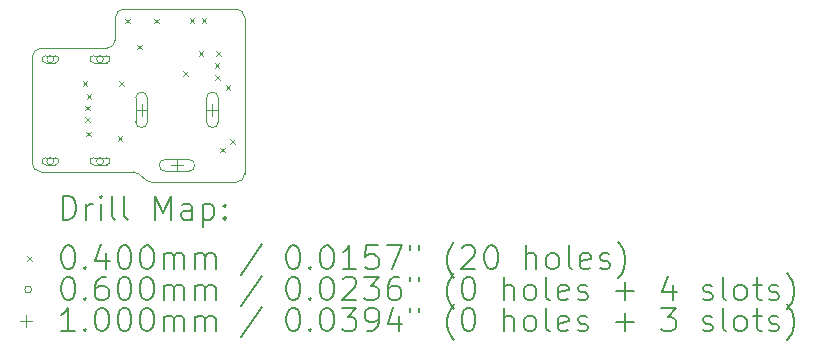
<source format=gbr>
%TF.GenerationSoftware,KiCad,Pcbnew,8.0.6-8.0.6-0~ubuntu24.04.1*%
%TF.CreationDate,2024-11-20T23:40:05+01:00*%
%TF.ProjectId,lumen_PD,6c756d65-6e5f-4504-942e-6b696361645f,rev?*%
%TF.SameCoordinates,Original*%
%TF.FileFunction,Drillmap*%
%TF.FilePolarity,Positive*%
%FSLAX45Y45*%
G04 Gerber Fmt 4.5, Leading zero omitted, Abs format (unit mm)*
G04 Created by KiCad (PCBNEW 8.0.6-8.0.6-0~ubuntu24.04.1) date 2024-11-20 23:40:05*
%MOMM*%
%LPD*%
G01*
G04 APERTURE LIST*
%ADD10C,0.050000*%
%ADD11C,0.200000*%
%ADD12C,0.100000*%
G04 APERTURE END LIST*
D10*
X10298418Y-7144760D02*
X11010000Y-7145000D01*
X11010000Y-5675000D02*
G75*
G02*
X11085000Y-5750000I0J-75000D01*
G01*
X11085000Y-7070000D02*
G75*
G02*
X11010000Y-7145000I-75000J0D01*
G01*
X9990000Y-5935000D02*
G75*
G02*
X9915000Y-6010000I-75000J0D01*
G01*
X10189792Y-7073728D02*
X10248724Y-7125911D01*
X10298418Y-7144760D02*
G75*
G02*
X10248722Y-7125912I22J75000D01*
G01*
X9915000Y-6010000D02*
X9360000Y-6010000D01*
X9285000Y-6085000D02*
G75*
G02*
X9360000Y-6010000I75000J0D01*
G01*
X11010000Y-5675000D02*
X10065000Y-5675000D01*
X10140061Y-7054879D02*
G75*
G02*
X10189791Y-7073729I10J-75001D01*
G01*
X11085000Y-7070000D02*
X11085000Y-5750000D01*
X9360000Y-7055000D02*
G75*
G02*
X9285000Y-6980000I0J75000D01*
G01*
X9990000Y-5750000D02*
X9990000Y-5935000D01*
X9360000Y-7055000D02*
X10140061Y-7054879D01*
X9285000Y-6085000D02*
X9285000Y-6980000D01*
X9990000Y-5750000D02*
G75*
G02*
X10065000Y-5675000I75000J0D01*
G01*
D11*
D12*
X9713056Y-6286617D02*
X9753056Y-6326617D01*
X9753056Y-6286617D02*
X9713056Y-6326617D01*
X9734575Y-6594550D02*
X9774575Y-6634550D01*
X9774575Y-6594550D02*
X9734575Y-6634550D01*
X9736778Y-6494574D02*
X9776778Y-6534574D01*
X9776778Y-6494574D02*
X9736778Y-6534574D01*
X9740000Y-6715000D02*
X9780000Y-6755000D01*
X9780000Y-6715000D02*
X9740000Y-6755000D01*
X9746000Y-6395000D02*
X9786000Y-6435000D01*
X9786000Y-6395000D02*
X9746000Y-6435000D01*
X10010000Y-6753250D02*
X10050000Y-6793250D01*
X10050000Y-6753250D02*
X10010000Y-6793250D01*
X10022873Y-6286122D02*
X10062873Y-6326122D01*
X10062873Y-6286122D02*
X10022873Y-6326122D01*
X10070033Y-5757264D02*
X10110033Y-5797264D01*
X10110033Y-5757264D02*
X10070033Y-5797264D01*
X10175277Y-5977998D02*
X10215277Y-6017998D01*
X10215277Y-5977998D02*
X10175277Y-6017998D01*
X10319107Y-5758258D02*
X10359107Y-5798258D01*
X10359107Y-5758258D02*
X10319107Y-5798258D01*
X10564498Y-6205502D02*
X10604498Y-6245502D01*
X10604498Y-6205502D02*
X10564498Y-6245502D01*
X10620000Y-5755000D02*
X10660000Y-5795000D01*
X10660000Y-5755000D02*
X10620000Y-5795000D01*
X10695000Y-6032750D02*
X10735000Y-6072750D01*
X10735000Y-6032750D02*
X10695000Y-6072750D01*
X10720000Y-5755000D02*
X10760000Y-5795000D01*
X10760000Y-5755000D02*
X10720000Y-5795000D01*
X10829459Y-6133785D02*
X10869459Y-6173785D01*
X10869459Y-6133785D02*
X10829459Y-6173785D01*
X10835000Y-6235000D02*
X10875000Y-6275000D01*
X10875000Y-6235000D02*
X10835000Y-6275000D01*
X10845000Y-6035000D02*
X10885000Y-6075000D01*
X10885000Y-6035000D02*
X10845000Y-6075000D01*
X10874821Y-6849913D02*
X10914821Y-6889913D01*
X10914821Y-6849913D02*
X10874821Y-6889913D01*
X10923853Y-6322750D02*
X10963853Y-6362750D01*
X10963853Y-6322750D02*
X10923853Y-6362750D01*
X10960000Y-6780000D02*
X11000000Y-6820000D01*
X11000000Y-6780000D02*
X10960000Y-6820000D01*
X9470000Y-6101250D02*
G75*
G02*
X9410000Y-6101250I-30000J0D01*
G01*
X9410000Y-6101250D02*
G75*
G02*
X9470000Y-6101250I30000J0D01*
G01*
X9480000Y-6071250D02*
X9400000Y-6071250D01*
X9400000Y-6131250D02*
G75*
G02*
X9400000Y-6071250I0J30000D01*
G01*
X9400000Y-6131250D02*
X9480000Y-6131250D01*
X9480000Y-6131250D02*
G75*
G03*
X9480000Y-6071250I0J30000D01*
G01*
X9470000Y-6965250D02*
G75*
G02*
X9410000Y-6965250I-30000J0D01*
G01*
X9410000Y-6965250D02*
G75*
G02*
X9470000Y-6965250I30000J0D01*
G01*
X9480000Y-6935250D02*
X9400000Y-6935250D01*
X9400000Y-6995250D02*
G75*
G02*
X9400000Y-6935250I0J30000D01*
G01*
X9400000Y-6995250D02*
X9480000Y-6995250D01*
X9480000Y-6995250D02*
G75*
G03*
X9480000Y-6935250I0J30000D01*
G01*
X9890000Y-6101250D02*
G75*
G02*
X9830000Y-6101250I-30000J0D01*
G01*
X9830000Y-6101250D02*
G75*
G02*
X9890000Y-6101250I30000J0D01*
G01*
X9915000Y-6071250D02*
X9805000Y-6071250D01*
X9805000Y-6131250D02*
G75*
G02*
X9805000Y-6071250I0J30000D01*
G01*
X9805000Y-6131250D02*
X9915000Y-6131250D01*
X9915000Y-6131250D02*
G75*
G03*
X9915000Y-6071250I0J30000D01*
G01*
X9890000Y-6965250D02*
G75*
G02*
X9830000Y-6965250I-30000J0D01*
G01*
X9830000Y-6965250D02*
G75*
G02*
X9890000Y-6965250I30000J0D01*
G01*
X9915000Y-6935250D02*
X9805000Y-6935250D01*
X9805000Y-6995250D02*
G75*
G02*
X9805000Y-6935250I0J30000D01*
G01*
X9805000Y-6995250D02*
X9915000Y-6995250D01*
X9915000Y-6995250D02*
G75*
G03*
X9915000Y-6935250I0J30000D01*
G01*
X10211500Y-6480250D02*
X10211500Y-6580250D01*
X10161500Y-6530250D02*
X10261500Y-6530250D01*
X10161500Y-6430250D02*
X10161500Y-6630250D01*
X10261500Y-6630250D02*
G75*
G02*
X10161500Y-6630250I-50000J0D01*
G01*
X10261500Y-6630250D02*
X10261500Y-6430250D01*
X10261500Y-6430250D02*
G75*
G03*
X10161500Y-6430250I-50000J0D01*
G01*
X10511500Y-6950250D02*
X10511500Y-7050250D01*
X10461500Y-7000250D02*
X10561500Y-7000250D01*
X10411500Y-7050250D02*
X10611500Y-7050250D01*
X10611500Y-6950250D02*
G75*
G02*
X10611500Y-7050250I0J-50000D01*
G01*
X10611500Y-6950250D02*
X10411500Y-6950250D01*
X10411500Y-6950250D02*
G75*
G03*
X10411500Y-7050250I0J-50000D01*
G01*
X10811500Y-6480250D02*
X10811500Y-6580250D01*
X10761500Y-6530250D02*
X10861500Y-6530250D01*
X10761500Y-6430250D02*
X10761500Y-6630250D01*
X10861500Y-6630250D02*
G75*
G02*
X10761500Y-6630250I-50000J0D01*
G01*
X10861500Y-6630250D02*
X10861500Y-6430250D01*
X10861500Y-6430250D02*
G75*
G03*
X10761500Y-6430250I-50000J0D01*
G01*
D11*
X9543277Y-7458984D02*
X9543277Y-7258984D01*
X9543277Y-7258984D02*
X9590896Y-7258984D01*
X9590896Y-7258984D02*
X9619467Y-7268508D01*
X9619467Y-7268508D02*
X9638515Y-7287555D01*
X9638515Y-7287555D02*
X9648039Y-7306603D01*
X9648039Y-7306603D02*
X9657563Y-7344698D01*
X9657563Y-7344698D02*
X9657563Y-7373269D01*
X9657563Y-7373269D02*
X9648039Y-7411365D01*
X9648039Y-7411365D02*
X9638515Y-7430412D01*
X9638515Y-7430412D02*
X9619467Y-7449460D01*
X9619467Y-7449460D02*
X9590896Y-7458984D01*
X9590896Y-7458984D02*
X9543277Y-7458984D01*
X9743277Y-7458984D02*
X9743277Y-7325650D01*
X9743277Y-7363746D02*
X9752801Y-7344698D01*
X9752801Y-7344698D02*
X9762324Y-7335174D01*
X9762324Y-7335174D02*
X9781372Y-7325650D01*
X9781372Y-7325650D02*
X9800420Y-7325650D01*
X9867086Y-7458984D02*
X9867086Y-7325650D01*
X9867086Y-7258984D02*
X9857563Y-7268508D01*
X9857563Y-7268508D02*
X9867086Y-7278031D01*
X9867086Y-7278031D02*
X9876610Y-7268508D01*
X9876610Y-7268508D02*
X9867086Y-7258984D01*
X9867086Y-7258984D02*
X9867086Y-7278031D01*
X9990896Y-7458984D02*
X9971848Y-7449460D01*
X9971848Y-7449460D02*
X9962324Y-7430412D01*
X9962324Y-7430412D02*
X9962324Y-7258984D01*
X10095658Y-7458984D02*
X10076610Y-7449460D01*
X10076610Y-7449460D02*
X10067086Y-7430412D01*
X10067086Y-7430412D02*
X10067086Y-7258984D01*
X10324229Y-7458984D02*
X10324229Y-7258984D01*
X10324229Y-7258984D02*
X10390896Y-7401841D01*
X10390896Y-7401841D02*
X10457563Y-7258984D01*
X10457563Y-7258984D02*
X10457563Y-7458984D01*
X10638515Y-7458984D02*
X10638515Y-7354222D01*
X10638515Y-7354222D02*
X10628991Y-7335174D01*
X10628991Y-7335174D02*
X10609944Y-7325650D01*
X10609944Y-7325650D02*
X10571848Y-7325650D01*
X10571848Y-7325650D02*
X10552801Y-7335174D01*
X10638515Y-7449460D02*
X10619467Y-7458984D01*
X10619467Y-7458984D02*
X10571848Y-7458984D01*
X10571848Y-7458984D02*
X10552801Y-7449460D01*
X10552801Y-7449460D02*
X10543277Y-7430412D01*
X10543277Y-7430412D02*
X10543277Y-7411365D01*
X10543277Y-7411365D02*
X10552801Y-7392317D01*
X10552801Y-7392317D02*
X10571848Y-7382793D01*
X10571848Y-7382793D02*
X10619467Y-7382793D01*
X10619467Y-7382793D02*
X10638515Y-7373269D01*
X10733753Y-7325650D02*
X10733753Y-7525650D01*
X10733753Y-7335174D02*
X10752801Y-7325650D01*
X10752801Y-7325650D02*
X10790896Y-7325650D01*
X10790896Y-7325650D02*
X10809944Y-7335174D01*
X10809944Y-7335174D02*
X10819467Y-7344698D01*
X10819467Y-7344698D02*
X10828991Y-7363746D01*
X10828991Y-7363746D02*
X10828991Y-7420888D01*
X10828991Y-7420888D02*
X10819467Y-7439936D01*
X10819467Y-7439936D02*
X10809944Y-7449460D01*
X10809944Y-7449460D02*
X10790896Y-7458984D01*
X10790896Y-7458984D02*
X10752801Y-7458984D01*
X10752801Y-7458984D02*
X10733753Y-7449460D01*
X10914705Y-7439936D02*
X10924229Y-7449460D01*
X10924229Y-7449460D02*
X10914705Y-7458984D01*
X10914705Y-7458984D02*
X10905182Y-7449460D01*
X10905182Y-7449460D02*
X10914705Y-7439936D01*
X10914705Y-7439936D02*
X10914705Y-7458984D01*
X10914705Y-7335174D02*
X10924229Y-7344698D01*
X10924229Y-7344698D02*
X10914705Y-7354222D01*
X10914705Y-7354222D02*
X10905182Y-7344698D01*
X10905182Y-7344698D02*
X10914705Y-7335174D01*
X10914705Y-7335174D02*
X10914705Y-7354222D01*
D12*
X9242500Y-7767500D02*
X9282500Y-7807500D01*
X9282500Y-7767500D02*
X9242500Y-7807500D01*
D11*
X9581372Y-7678984D02*
X9600420Y-7678984D01*
X9600420Y-7678984D02*
X9619467Y-7688508D01*
X9619467Y-7688508D02*
X9628991Y-7698031D01*
X9628991Y-7698031D02*
X9638515Y-7717079D01*
X9638515Y-7717079D02*
X9648039Y-7755174D01*
X9648039Y-7755174D02*
X9648039Y-7802793D01*
X9648039Y-7802793D02*
X9638515Y-7840888D01*
X9638515Y-7840888D02*
X9628991Y-7859936D01*
X9628991Y-7859936D02*
X9619467Y-7869460D01*
X9619467Y-7869460D02*
X9600420Y-7878984D01*
X9600420Y-7878984D02*
X9581372Y-7878984D01*
X9581372Y-7878984D02*
X9562324Y-7869460D01*
X9562324Y-7869460D02*
X9552801Y-7859936D01*
X9552801Y-7859936D02*
X9543277Y-7840888D01*
X9543277Y-7840888D02*
X9533753Y-7802793D01*
X9533753Y-7802793D02*
X9533753Y-7755174D01*
X9533753Y-7755174D02*
X9543277Y-7717079D01*
X9543277Y-7717079D02*
X9552801Y-7698031D01*
X9552801Y-7698031D02*
X9562324Y-7688508D01*
X9562324Y-7688508D02*
X9581372Y-7678984D01*
X9733753Y-7859936D02*
X9743277Y-7869460D01*
X9743277Y-7869460D02*
X9733753Y-7878984D01*
X9733753Y-7878984D02*
X9724229Y-7869460D01*
X9724229Y-7869460D02*
X9733753Y-7859936D01*
X9733753Y-7859936D02*
X9733753Y-7878984D01*
X9914705Y-7745650D02*
X9914705Y-7878984D01*
X9867086Y-7669460D02*
X9819467Y-7812317D01*
X9819467Y-7812317D02*
X9943277Y-7812317D01*
X10057563Y-7678984D02*
X10076610Y-7678984D01*
X10076610Y-7678984D02*
X10095658Y-7688508D01*
X10095658Y-7688508D02*
X10105182Y-7698031D01*
X10105182Y-7698031D02*
X10114705Y-7717079D01*
X10114705Y-7717079D02*
X10124229Y-7755174D01*
X10124229Y-7755174D02*
X10124229Y-7802793D01*
X10124229Y-7802793D02*
X10114705Y-7840888D01*
X10114705Y-7840888D02*
X10105182Y-7859936D01*
X10105182Y-7859936D02*
X10095658Y-7869460D01*
X10095658Y-7869460D02*
X10076610Y-7878984D01*
X10076610Y-7878984D02*
X10057563Y-7878984D01*
X10057563Y-7878984D02*
X10038515Y-7869460D01*
X10038515Y-7869460D02*
X10028991Y-7859936D01*
X10028991Y-7859936D02*
X10019467Y-7840888D01*
X10019467Y-7840888D02*
X10009944Y-7802793D01*
X10009944Y-7802793D02*
X10009944Y-7755174D01*
X10009944Y-7755174D02*
X10019467Y-7717079D01*
X10019467Y-7717079D02*
X10028991Y-7698031D01*
X10028991Y-7698031D02*
X10038515Y-7688508D01*
X10038515Y-7688508D02*
X10057563Y-7678984D01*
X10248039Y-7678984D02*
X10267086Y-7678984D01*
X10267086Y-7678984D02*
X10286134Y-7688508D01*
X10286134Y-7688508D02*
X10295658Y-7698031D01*
X10295658Y-7698031D02*
X10305182Y-7717079D01*
X10305182Y-7717079D02*
X10314705Y-7755174D01*
X10314705Y-7755174D02*
X10314705Y-7802793D01*
X10314705Y-7802793D02*
X10305182Y-7840888D01*
X10305182Y-7840888D02*
X10295658Y-7859936D01*
X10295658Y-7859936D02*
X10286134Y-7869460D01*
X10286134Y-7869460D02*
X10267086Y-7878984D01*
X10267086Y-7878984D02*
X10248039Y-7878984D01*
X10248039Y-7878984D02*
X10228991Y-7869460D01*
X10228991Y-7869460D02*
X10219467Y-7859936D01*
X10219467Y-7859936D02*
X10209944Y-7840888D01*
X10209944Y-7840888D02*
X10200420Y-7802793D01*
X10200420Y-7802793D02*
X10200420Y-7755174D01*
X10200420Y-7755174D02*
X10209944Y-7717079D01*
X10209944Y-7717079D02*
X10219467Y-7698031D01*
X10219467Y-7698031D02*
X10228991Y-7688508D01*
X10228991Y-7688508D02*
X10248039Y-7678984D01*
X10400420Y-7878984D02*
X10400420Y-7745650D01*
X10400420Y-7764698D02*
X10409944Y-7755174D01*
X10409944Y-7755174D02*
X10428991Y-7745650D01*
X10428991Y-7745650D02*
X10457563Y-7745650D01*
X10457563Y-7745650D02*
X10476610Y-7755174D01*
X10476610Y-7755174D02*
X10486134Y-7774222D01*
X10486134Y-7774222D02*
X10486134Y-7878984D01*
X10486134Y-7774222D02*
X10495658Y-7755174D01*
X10495658Y-7755174D02*
X10514705Y-7745650D01*
X10514705Y-7745650D02*
X10543277Y-7745650D01*
X10543277Y-7745650D02*
X10562325Y-7755174D01*
X10562325Y-7755174D02*
X10571848Y-7774222D01*
X10571848Y-7774222D02*
X10571848Y-7878984D01*
X10667086Y-7878984D02*
X10667086Y-7745650D01*
X10667086Y-7764698D02*
X10676610Y-7755174D01*
X10676610Y-7755174D02*
X10695658Y-7745650D01*
X10695658Y-7745650D02*
X10724229Y-7745650D01*
X10724229Y-7745650D02*
X10743277Y-7755174D01*
X10743277Y-7755174D02*
X10752801Y-7774222D01*
X10752801Y-7774222D02*
X10752801Y-7878984D01*
X10752801Y-7774222D02*
X10762325Y-7755174D01*
X10762325Y-7755174D02*
X10781372Y-7745650D01*
X10781372Y-7745650D02*
X10809944Y-7745650D01*
X10809944Y-7745650D02*
X10828991Y-7755174D01*
X10828991Y-7755174D02*
X10838515Y-7774222D01*
X10838515Y-7774222D02*
X10838515Y-7878984D01*
X11228991Y-7669460D02*
X11057563Y-7926603D01*
X11486134Y-7678984D02*
X11505182Y-7678984D01*
X11505182Y-7678984D02*
X11524229Y-7688508D01*
X11524229Y-7688508D02*
X11533753Y-7698031D01*
X11533753Y-7698031D02*
X11543277Y-7717079D01*
X11543277Y-7717079D02*
X11552801Y-7755174D01*
X11552801Y-7755174D02*
X11552801Y-7802793D01*
X11552801Y-7802793D02*
X11543277Y-7840888D01*
X11543277Y-7840888D02*
X11533753Y-7859936D01*
X11533753Y-7859936D02*
X11524229Y-7869460D01*
X11524229Y-7869460D02*
X11505182Y-7878984D01*
X11505182Y-7878984D02*
X11486134Y-7878984D01*
X11486134Y-7878984D02*
X11467086Y-7869460D01*
X11467086Y-7869460D02*
X11457563Y-7859936D01*
X11457563Y-7859936D02*
X11448039Y-7840888D01*
X11448039Y-7840888D02*
X11438515Y-7802793D01*
X11438515Y-7802793D02*
X11438515Y-7755174D01*
X11438515Y-7755174D02*
X11448039Y-7717079D01*
X11448039Y-7717079D02*
X11457563Y-7698031D01*
X11457563Y-7698031D02*
X11467086Y-7688508D01*
X11467086Y-7688508D02*
X11486134Y-7678984D01*
X11638515Y-7859936D02*
X11648039Y-7869460D01*
X11648039Y-7869460D02*
X11638515Y-7878984D01*
X11638515Y-7878984D02*
X11628991Y-7869460D01*
X11628991Y-7869460D02*
X11638515Y-7859936D01*
X11638515Y-7859936D02*
X11638515Y-7878984D01*
X11771848Y-7678984D02*
X11790896Y-7678984D01*
X11790896Y-7678984D02*
X11809944Y-7688508D01*
X11809944Y-7688508D02*
X11819467Y-7698031D01*
X11819467Y-7698031D02*
X11828991Y-7717079D01*
X11828991Y-7717079D02*
X11838515Y-7755174D01*
X11838515Y-7755174D02*
X11838515Y-7802793D01*
X11838515Y-7802793D02*
X11828991Y-7840888D01*
X11828991Y-7840888D02*
X11819467Y-7859936D01*
X11819467Y-7859936D02*
X11809944Y-7869460D01*
X11809944Y-7869460D02*
X11790896Y-7878984D01*
X11790896Y-7878984D02*
X11771848Y-7878984D01*
X11771848Y-7878984D02*
X11752801Y-7869460D01*
X11752801Y-7869460D02*
X11743277Y-7859936D01*
X11743277Y-7859936D02*
X11733753Y-7840888D01*
X11733753Y-7840888D02*
X11724229Y-7802793D01*
X11724229Y-7802793D02*
X11724229Y-7755174D01*
X11724229Y-7755174D02*
X11733753Y-7717079D01*
X11733753Y-7717079D02*
X11743277Y-7698031D01*
X11743277Y-7698031D02*
X11752801Y-7688508D01*
X11752801Y-7688508D02*
X11771848Y-7678984D01*
X12028991Y-7878984D02*
X11914706Y-7878984D01*
X11971848Y-7878984D02*
X11971848Y-7678984D01*
X11971848Y-7678984D02*
X11952801Y-7707555D01*
X11952801Y-7707555D02*
X11933753Y-7726603D01*
X11933753Y-7726603D02*
X11914706Y-7736127D01*
X12209944Y-7678984D02*
X12114706Y-7678984D01*
X12114706Y-7678984D02*
X12105182Y-7774222D01*
X12105182Y-7774222D02*
X12114706Y-7764698D01*
X12114706Y-7764698D02*
X12133753Y-7755174D01*
X12133753Y-7755174D02*
X12181372Y-7755174D01*
X12181372Y-7755174D02*
X12200420Y-7764698D01*
X12200420Y-7764698D02*
X12209944Y-7774222D01*
X12209944Y-7774222D02*
X12219467Y-7793269D01*
X12219467Y-7793269D02*
X12219467Y-7840888D01*
X12219467Y-7840888D02*
X12209944Y-7859936D01*
X12209944Y-7859936D02*
X12200420Y-7869460D01*
X12200420Y-7869460D02*
X12181372Y-7878984D01*
X12181372Y-7878984D02*
X12133753Y-7878984D01*
X12133753Y-7878984D02*
X12114706Y-7869460D01*
X12114706Y-7869460D02*
X12105182Y-7859936D01*
X12286134Y-7678984D02*
X12419467Y-7678984D01*
X12419467Y-7678984D02*
X12333753Y-7878984D01*
X12486134Y-7678984D02*
X12486134Y-7717079D01*
X12562325Y-7678984D02*
X12562325Y-7717079D01*
X12857563Y-7955174D02*
X12848039Y-7945650D01*
X12848039Y-7945650D02*
X12828991Y-7917079D01*
X12828991Y-7917079D02*
X12819468Y-7898031D01*
X12819468Y-7898031D02*
X12809944Y-7869460D01*
X12809944Y-7869460D02*
X12800420Y-7821841D01*
X12800420Y-7821841D02*
X12800420Y-7783746D01*
X12800420Y-7783746D02*
X12809944Y-7736127D01*
X12809944Y-7736127D02*
X12819468Y-7707555D01*
X12819468Y-7707555D02*
X12828991Y-7688508D01*
X12828991Y-7688508D02*
X12848039Y-7659936D01*
X12848039Y-7659936D02*
X12857563Y-7650412D01*
X12924229Y-7698031D02*
X12933753Y-7688508D01*
X12933753Y-7688508D02*
X12952801Y-7678984D01*
X12952801Y-7678984D02*
X13000420Y-7678984D01*
X13000420Y-7678984D02*
X13019468Y-7688508D01*
X13019468Y-7688508D02*
X13028991Y-7698031D01*
X13028991Y-7698031D02*
X13038515Y-7717079D01*
X13038515Y-7717079D02*
X13038515Y-7736127D01*
X13038515Y-7736127D02*
X13028991Y-7764698D01*
X13028991Y-7764698D02*
X12914706Y-7878984D01*
X12914706Y-7878984D02*
X13038515Y-7878984D01*
X13162325Y-7678984D02*
X13181372Y-7678984D01*
X13181372Y-7678984D02*
X13200420Y-7688508D01*
X13200420Y-7688508D02*
X13209944Y-7698031D01*
X13209944Y-7698031D02*
X13219468Y-7717079D01*
X13219468Y-7717079D02*
X13228991Y-7755174D01*
X13228991Y-7755174D02*
X13228991Y-7802793D01*
X13228991Y-7802793D02*
X13219468Y-7840888D01*
X13219468Y-7840888D02*
X13209944Y-7859936D01*
X13209944Y-7859936D02*
X13200420Y-7869460D01*
X13200420Y-7869460D02*
X13181372Y-7878984D01*
X13181372Y-7878984D02*
X13162325Y-7878984D01*
X13162325Y-7878984D02*
X13143277Y-7869460D01*
X13143277Y-7869460D02*
X13133753Y-7859936D01*
X13133753Y-7859936D02*
X13124229Y-7840888D01*
X13124229Y-7840888D02*
X13114706Y-7802793D01*
X13114706Y-7802793D02*
X13114706Y-7755174D01*
X13114706Y-7755174D02*
X13124229Y-7717079D01*
X13124229Y-7717079D02*
X13133753Y-7698031D01*
X13133753Y-7698031D02*
X13143277Y-7688508D01*
X13143277Y-7688508D02*
X13162325Y-7678984D01*
X13467087Y-7878984D02*
X13467087Y-7678984D01*
X13552801Y-7878984D02*
X13552801Y-7774222D01*
X13552801Y-7774222D02*
X13543277Y-7755174D01*
X13543277Y-7755174D02*
X13524230Y-7745650D01*
X13524230Y-7745650D02*
X13495658Y-7745650D01*
X13495658Y-7745650D02*
X13476610Y-7755174D01*
X13476610Y-7755174D02*
X13467087Y-7764698D01*
X13676610Y-7878984D02*
X13657563Y-7869460D01*
X13657563Y-7869460D02*
X13648039Y-7859936D01*
X13648039Y-7859936D02*
X13638515Y-7840888D01*
X13638515Y-7840888D02*
X13638515Y-7783746D01*
X13638515Y-7783746D02*
X13648039Y-7764698D01*
X13648039Y-7764698D02*
X13657563Y-7755174D01*
X13657563Y-7755174D02*
X13676610Y-7745650D01*
X13676610Y-7745650D02*
X13705182Y-7745650D01*
X13705182Y-7745650D02*
X13724230Y-7755174D01*
X13724230Y-7755174D02*
X13733753Y-7764698D01*
X13733753Y-7764698D02*
X13743277Y-7783746D01*
X13743277Y-7783746D02*
X13743277Y-7840888D01*
X13743277Y-7840888D02*
X13733753Y-7859936D01*
X13733753Y-7859936D02*
X13724230Y-7869460D01*
X13724230Y-7869460D02*
X13705182Y-7878984D01*
X13705182Y-7878984D02*
X13676610Y-7878984D01*
X13857563Y-7878984D02*
X13838515Y-7869460D01*
X13838515Y-7869460D02*
X13828991Y-7850412D01*
X13828991Y-7850412D02*
X13828991Y-7678984D01*
X14009944Y-7869460D02*
X13990896Y-7878984D01*
X13990896Y-7878984D02*
X13952801Y-7878984D01*
X13952801Y-7878984D02*
X13933753Y-7869460D01*
X13933753Y-7869460D02*
X13924230Y-7850412D01*
X13924230Y-7850412D02*
X13924230Y-7774222D01*
X13924230Y-7774222D02*
X13933753Y-7755174D01*
X13933753Y-7755174D02*
X13952801Y-7745650D01*
X13952801Y-7745650D02*
X13990896Y-7745650D01*
X13990896Y-7745650D02*
X14009944Y-7755174D01*
X14009944Y-7755174D02*
X14019468Y-7774222D01*
X14019468Y-7774222D02*
X14019468Y-7793269D01*
X14019468Y-7793269D02*
X13924230Y-7812317D01*
X14095658Y-7869460D02*
X14114706Y-7878984D01*
X14114706Y-7878984D02*
X14152801Y-7878984D01*
X14152801Y-7878984D02*
X14171849Y-7869460D01*
X14171849Y-7869460D02*
X14181372Y-7850412D01*
X14181372Y-7850412D02*
X14181372Y-7840888D01*
X14181372Y-7840888D02*
X14171849Y-7821841D01*
X14171849Y-7821841D02*
X14152801Y-7812317D01*
X14152801Y-7812317D02*
X14124230Y-7812317D01*
X14124230Y-7812317D02*
X14105182Y-7802793D01*
X14105182Y-7802793D02*
X14095658Y-7783746D01*
X14095658Y-7783746D02*
X14095658Y-7774222D01*
X14095658Y-7774222D02*
X14105182Y-7755174D01*
X14105182Y-7755174D02*
X14124230Y-7745650D01*
X14124230Y-7745650D02*
X14152801Y-7745650D01*
X14152801Y-7745650D02*
X14171849Y-7755174D01*
X14248039Y-7955174D02*
X14257563Y-7945650D01*
X14257563Y-7945650D02*
X14276611Y-7917079D01*
X14276611Y-7917079D02*
X14286134Y-7898031D01*
X14286134Y-7898031D02*
X14295658Y-7869460D01*
X14295658Y-7869460D02*
X14305182Y-7821841D01*
X14305182Y-7821841D02*
X14305182Y-7783746D01*
X14305182Y-7783746D02*
X14295658Y-7736127D01*
X14295658Y-7736127D02*
X14286134Y-7707555D01*
X14286134Y-7707555D02*
X14276611Y-7688508D01*
X14276611Y-7688508D02*
X14257563Y-7659936D01*
X14257563Y-7659936D02*
X14248039Y-7650412D01*
D12*
X9282500Y-8051500D02*
G75*
G02*
X9222500Y-8051500I-30000J0D01*
G01*
X9222500Y-8051500D02*
G75*
G02*
X9282500Y-8051500I30000J0D01*
G01*
D11*
X9581372Y-7942984D02*
X9600420Y-7942984D01*
X9600420Y-7942984D02*
X9619467Y-7952508D01*
X9619467Y-7952508D02*
X9628991Y-7962031D01*
X9628991Y-7962031D02*
X9638515Y-7981079D01*
X9638515Y-7981079D02*
X9648039Y-8019174D01*
X9648039Y-8019174D02*
X9648039Y-8066793D01*
X9648039Y-8066793D02*
X9638515Y-8104888D01*
X9638515Y-8104888D02*
X9628991Y-8123936D01*
X9628991Y-8123936D02*
X9619467Y-8133460D01*
X9619467Y-8133460D02*
X9600420Y-8142984D01*
X9600420Y-8142984D02*
X9581372Y-8142984D01*
X9581372Y-8142984D02*
X9562324Y-8133460D01*
X9562324Y-8133460D02*
X9552801Y-8123936D01*
X9552801Y-8123936D02*
X9543277Y-8104888D01*
X9543277Y-8104888D02*
X9533753Y-8066793D01*
X9533753Y-8066793D02*
X9533753Y-8019174D01*
X9533753Y-8019174D02*
X9543277Y-7981079D01*
X9543277Y-7981079D02*
X9552801Y-7962031D01*
X9552801Y-7962031D02*
X9562324Y-7952508D01*
X9562324Y-7952508D02*
X9581372Y-7942984D01*
X9733753Y-8123936D02*
X9743277Y-8133460D01*
X9743277Y-8133460D02*
X9733753Y-8142984D01*
X9733753Y-8142984D02*
X9724229Y-8133460D01*
X9724229Y-8133460D02*
X9733753Y-8123936D01*
X9733753Y-8123936D02*
X9733753Y-8142984D01*
X9914705Y-7942984D02*
X9876610Y-7942984D01*
X9876610Y-7942984D02*
X9857563Y-7952508D01*
X9857563Y-7952508D02*
X9848039Y-7962031D01*
X9848039Y-7962031D02*
X9828991Y-7990603D01*
X9828991Y-7990603D02*
X9819467Y-8028698D01*
X9819467Y-8028698D02*
X9819467Y-8104888D01*
X9819467Y-8104888D02*
X9828991Y-8123936D01*
X9828991Y-8123936D02*
X9838515Y-8133460D01*
X9838515Y-8133460D02*
X9857563Y-8142984D01*
X9857563Y-8142984D02*
X9895658Y-8142984D01*
X9895658Y-8142984D02*
X9914705Y-8133460D01*
X9914705Y-8133460D02*
X9924229Y-8123936D01*
X9924229Y-8123936D02*
X9933753Y-8104888D01*
X9933753Y-8104888D02*
X9933753Y-8057269D01*
X9933753Y-8057269D02*
X9924229Y-8038222D01*
X9924229Y-8038222D02*
X9914705Y-8028698D01*
X9914705Y-8028698D02*
X9895658Y-8019174D01*
X9895658Y-8019174D02*
X9857563Y-8019174D01*
X9857563Y-8019174D02*
X9838515Y-8028698D01*
X9838515Y-8028698D02*
X9828991Y-8038222D01*
X9828991Y-8038222D02*
X9819467Y-8057269D01*
X10057563Y-7942984D02*
X10076610Y-7942984D01*
X10076610Y-7942984D02*
X10095658Y-7952508D01*
X10095658Y-7952508D02*
X10105182Y-7962031D01*
X10105182Y-7962031D02*
X10114705Y-7981079D01*
X10114705Y-7981079D02*
X10124229Y-8019174D01*
X10124229Y-8019174D02*
X10124229Y-8066793D01*
X10124229Y-8066793D02*
X10114705Y-8104888D01*
X10114705Y-8104888D02*
X10105182Y-8123936D01*
X10105182Y-8123936D02*
X10095658Y-8133460D01*
X10095658Y-8133460D02*
X10076610Y-8142984D01*
X10076610Y-8142984D02*
X10057563Y-8142984D01*
X10057563Y-8142984D02*
X10038515Y-8133460D01*
X10038515Y-8133460D02*
X10028991Y-8123936D01*
X10028991Y-8123936D02*
X10019467Y-8104888D01*
X10019467Y-8104888D02*
X10009944Y-8066793D01*
X10009944Y-8066793D02*
X10009944Y-8019174D01*
X10009944Y-8019174D02*
X10019467Y-7981079D01*
X10019467Y-7981079D02*
X10028991Y-7962031D01*
X10028991Y-7962031D02*
X10038515Y-7952508D01*
X10038515Y-7952508D02*
X10057563Y-7942984D01*
X10248039Y-7942984D02*
X10267086Y-7942984D01*
X10267086Y-7942984D02*
X10286134Y-7952508D01*
X10286134Y-7952508D02*
X10295658Y-7962031D01*
X10295658Y-7962031D02*
X10305182Y-7981079D01*
X10305182Y-7981079D02*
X10314705Y-8019174D01*
X10314705Y-8019174D02*
X10314705Y-8066793D01*
X10314705Y-8066793D02*
X10305182Y-8104888D01*
X10305182Y-8104888D02*
X10295658Y-8123936D01*
X10295658Y-8123936D02*
X10286134Y-8133460D01*
X10286134Y-8133460D02*
X10267086Y-8142984D01*
X10267086Y-8142984D02*
X10248039Y-8142984D01*
X10248039Y-8142984D02*
X10228991Y-8133460D01*
X10228991Y-8133460D02*
X10219467Y-8123936D01*
X10219467Y-8123936D02*
X10209944Y-8104888D01*
X10209944Y-8104888D02*
X10200420Y-8066793D01*
X10200420Y-8066793D02*
X10200420Y-8019174D01*
X10200420Y-8019174D02*
X10209944Y-7981079D01*
X10209944Y-7981079D02*
X10219467Y-7962031D01*
X10219467Y-7962031D02*
X10228991Y-7952508D01*
X10228991Y-7952508D02*
X10248039Y-7942984D01*
X10400420Y-8142984D02*
X10400420Y-8009650D01*
X10400420Y-8028698D02*
X10409944Y-8019174D01*
X10409944Y-8019174D02*
X10428991Y-8009650D01*
X10428991Y-8009650D02*
X10457563Y-8009650D01*
X10457563Y-8009650D02*
X10476610Y-8019174D01*
X10476610Y-8019174D02*
X10486134Y-8038222D01*
X10486134Y-8038222D02*
X10486134Y-8142984D01*
X10486134Y-8038222D02*
X10495658Y-8019174D01*
X10495658Y-8019174D02*
X10514705Y-8009650D01*
X10514705Y-8009650D02*
X10543277Y-8009650D01*
X10543277Y-8009650D02*
X10562325Y-8019174D01*
X10562325Y-8019174D02*
X10571848Y-8038222D01*
X10571848Y-8038222D02*
X10571848Y-8142984D01*
X10667086Y-8142984D02*
X10667086Y-8009650D01*
X10667086Y-8028698D02*
X10676610Y-8019174D01*
X10676610Y-8019174D02*
X10695658Y-8009650D01*
X10695658Y-8009650D02*
X10724229Y-8009650D01*
X10724229Y-8009650D02*
X10743277Y-8019174D01*
X10743277Y-8019174D02*
X10752801Y-8038222D01*
X10752801Y-8038222D02*
X10752801Y-8142984D01*
X10752801Y-8038222D02*
X10762325Y-8019174D01*
X10762325Y-8019174D02*
X10781372Y-8009650D01*
X10781372Y-8009650D02*
X10809944Y-8009650D01*
X10809944Y-8009650D02*
X10828991Y-8019174D01*
X10828991Y-8019174D02*
X10838515Y-8038222D01*
X10838515Y-8038222D02*
X10838515Y-8142984D01*
X11228991Y-7933460D02*
X11057563Y-8190603D01*
X11486134Y-7942984D02*
X11505182Y-7942984D01*
X11505182Y-7942984D02*
X11524229Y-7952508D01*
X11524229Y-7952508D02*
X11533753Y-7962031D01*
X11533753Y-7962031D02*
X11543277Y-7981079D01*
X11543277Y-7981079D02*
X11552801Y-8019174D01*
X11552801Y-8019174D02*
X11552801Y-8066793D01*
X11552801Y-8066793D02*
X11543277Y-8104888D01*
X11543277Y-8104888D02*
X11533753Y-8123936D01*
X11533753Y-8123936D02*
X11524229Y-8133460D01*
X11524229Y-8133460D02*
X11505182Y-8142984D01*
X11505182Y-8142984D02*
X11486134Y-8142984D01*
X11486134Y-8142984D02*
X11467086Y-8133460D01*
X11467086Y-8133460D02*
X11457563Y-8123936D01*
X11457563Y-8123936D02*
X11448039Y-8104888D01*
X11448039Y-8104888D02*
X11438515Y-8066793D01*
X11438515Y-8066793D02*
X11438515Y-8019174D01*
X11438515Y-8019174D02*
X11448039Y-7981079D01*
X11448039Y-7981079D02*
X11457563Y-7962031D01*
X11457563Y-7962031D02*
X11467086Y-7952508D01*
X11467086Y-7952508D02*
X11486134Y-7942984D01*
X11638515Y-8123936D02*
X11648039Y-8133460D01*
X11648039Y-8133460D02*
X11638515Y-8142984D01*
X11638515Y-8142984D02*
X11628991Y-8133460D01*
X11628991Y-8133460D02*
X11638515Y-8123936D01*
X11638515Y-8123936D02*
X11638515Y-8142984D01*
X11771848Y-7942984D02*
X11790896Y-7942984D01*
X11790896Y-7942984D02*
X11809944Y-7952508D01*
X11809944Y-7952508D02*
X11819467Y-7962031D01*
X11819467Y-7962031D02*
X11828991Y-7981079D01*
X11828991Y-7981079D02*
X11838515Y-8019174D01*
X11838515Y-8019174D02*
X11838515Y-8066793D01*
X11838515Y-8066793D02*
X11828991Y-8104888D01*
X11828991Y-8104888D02*
X11819467Y-8123936D01*
X11819467Y-8123936D02*
X11809944Y-8133460D01*
X11809944Y-8133460D02*
X11790896Y-8142984D01*
X11790896Y-8142984D02*
X11771848Y-8142984D01*
X11771848Y-8142984D02*
X11752801Y-8133460D01*
X11752801Y-8133460D02*
X11743277Y-8123936D01*
X11743277Y-8123936D02*
X11733753Y-8104888D01*
X11733753Y-8104888D02*
X11724229Y-8066793D01*
X11724229Y-8066793D02*
X11724229Y-8019174D01*
X11724229Y-8019174D02*
X11733753Y-7981079D01*
X11733753Y-7981079D02*
X11743277Y-7962031D01*
X11743277Y-7962031D02*
X11752801Y-7952508D01*
X11752801Y-7952508D02*
X11771848Y-7942984D01*
X11914706Y-7962031D02*
X11924229Y-7952508D01*
X11924229Y-7952508D02*
X11943277Y-7942984D01*
X11943277Y-7942984D02*
X11990896Y-7942984D01*
X11990896Y-7942984D02*
X12009944Y-7952508D01*
X12009944Y-7952508D02*
X12019467Y-7962031D01*
X12019467Y-7962031D02*
X12028991Y-7981079D01*
X12028991Y-7981079D02*
X12028991Y-8000127D01*
X12028991Y-8000127D02*
X12019467Y-8028698D01*
X12019467Y-8028698D02*
X11905182Y-8142984D01*
X11905182Y-8142984D02*
X12028991Y-8142984D01*
X12095658Y-7942984D02*
X12219467Y-7942984D01*
X12219467Y-7942984D02*
X12152801Y-8019174D01*
X12152801Y-8019174D02*
X12181372Y-8019174D01*
X12181372Y-8019174D02*
X12200420Y-8028698D01*
X12200420Y-8028698D02*
X12209944Y-8038222D01*
X12209944Y-8038222D02*
X12219467Y-8057269D01*
X12219467Y-8057269D02*
X12219467Y-8104888D01*
X12219467Y-8104888D02*
X12209944Y-8123936D01*
X12209944Y-8123936D02*
X12200420Y-8133460D01*
X12200420Y-8133460D02*
X12181372Y-8142984D01*
X12181372Y-8142984D02*
X12124229Y-8142984D01*
X12124229Y-8142984D02*
X12105182Y-8133460D01*
X12105182Y-8133460D02*
X12095658Y-8123936D01*
X12390896Y-7942984D02*
X12352801Y-7942984D01*
X12352801Y-7942984D02*
X12333753Y-7952508D01*
X12333753Y-7952508D02*
X12324229Y-7962031D01*
X12324229Y-7962031D02*
X12305182Y-7990603D01*
X12305182Y-7990603D02*
X12295658Y-8028698D01*
X12295658Y-8028698D02*
X12295658Y-8104888D01*
X12295658Y-8104888D02*
X12305182Y-8123936D01*
X12305182Y-8123936D02*
X12314706Y-8133460D01*
X12314706Y-8133460D02*
X12333753Y-8142984D01*
X12333753Y-8142984D02*
X12371848Y-8142984D01*
X12371848Y-8142984D02*
X12390896Y-8133460D01*
X12390896Y-8133460D02*
X12400420Y-8123936D01*
X12400420Y-8123936D02*
X12409944Y-8104888D01*
X12409944Y-8104888D02*
X12409944Y-8057269D01*
X12409944Y-8057269D02*
X12400420Y-8038222D01*
X12400420Y-8038222D02*
X12390896Y-8028698D01*
X12390896Y-8028698D02*
X12371848Y-8019174D01*
X12371848Y-8019174D02*
X12333753Y-8019174D01*
X12333753Y-8019174D02*
X12314706Y-8028698D01*
X12314706Y-8028698D02*
X12305182Y-8038222D01*
X12305182Y-8038222D02*
X12295658Y-8057269D01*
X12486134Y-7942984D02*
X12486134Y-7981079D01*
X12562325Y-7942984D02*
X12562325Y-7981079D01*
X12857563Y-8219174D02*
X12848039Y-8209650D01*
X12848039Y-8209650D02*
X12828991Y-8181079D01*
X12828991Y-8181079D02*
X12819468Y-8162031D01*
X12819468Y-8162031D02*
X12809944Y-8133460D01*
X12809944Y-8133460D02*
X12800420Y-8085841D01*
X12800420Y-8085841D02*
X12800420Y-8047746D01*
X12800420Y-8047746D02*
X12809944Y-8000127D01*
X12809944Y-8000127D02*
X12819468Y-7971555D01*
X12819468Y-7971555D02*
X12828991Y-7952508D01*
X12828991Y-7952508D02*
X12848039Y-7923936D01*
X12848039Y-7923936D02*
X12857563Y-7914412D01*
X12971848Y-7942984D02*
X12990896Y-7942984D01*
X12990896Y-7942984D02*
X13009944Y-7952508D01*
X13009944Y-7952508D02*
X13019468Y-7962031D01*
X13019468Y-7962031D02*
X13028991Y-7981079D01*
X13028991Y-7981079D02*
X13038515Y-8019174D01*
X13038515Y-8019174D02*
X13038515Y-8066793D01*
X13038515Y-8066793D02*
X13028991Y-8104888D01*
X13028991Y-8104888D02*
X13019468Y-8123936D01*
X13019468Y-8123936D02*
X13009944Y-8133460D01*
X13009944Y-8133460D02*
X12990896Y-8142984D01*
X12990896Y-8142984D02*
X12971848Y-8142984D01*
X12971848Y-8142984D02*
X12952801Y-8133460D01*
X12952801Y-8133460D02*
X12943277Y-8123936D01*
X12943277Y-8123936D02*
X12933753Y-8104888D01*
X12933753Y-8104888D02*
X12924229Y-8066793D01*
X12924229Y-8066793D02*
X12924229Y-8019174D01*
X12924229Y-8019174D02*
X12933753Y-7981079D01*
X12933753Y-7981079D02*
X12943277Y-7962031D01*
X12943277Y-7962031D02*
X12952801Y-7952508D01*
X12952801Y-7952508D02*
X12971848Y-7942984D01*
X13276610Y-8142984D02*
X13276610Y-7942984D01*
X13362325Y-8142984D02*
X13362325Y-8038222D01*
X13362325Y-8038222D02*
X13352801Y-8019174D01*
X13352801Y-8019174D02*
X13333753Y-8009650D01*
X13333753Y-8009650D02*
X13305182Y-8009650D01*
X13305182Y-8009650D02*
X13286134Y-8019174D01*
X13286134Y-8019174D02*
X13276610Y-8028698D01*
X13486134Y-8142984D02*
X13467087Y-8133460D01*
X13467087Y-8133460D02*
X13457563Y-8123936D01*
X13457563Y-8123936D02*
X13448039Y-8104888D01*
X13448039Y-8104888D02*
X13448039Y-8047746D01*
X13448039Y-8047746D02*
X13457563Y-8028698D01*
X13457563Y-8028698D02*
X13467087Y-8019174D01*
X13467087Y-8019174D02*
X13486134Y-8009650D01*
X13486134Y-8009650D02*
X13514706Y-8009650D01*
X13514706Y-8009650D02*
X13533753Y-8019174D01*
X13533753Y-8019174D02*
X13543277Y-8028698D01*
X13543277Y-8028698D02*
X13552801Y-8047746D01*
X13552801Y-8047746D02*
X13552801Y-8104888D01*
X13552801Y-8104888D02*
X13543277Y-8123936D01*
X13543277Y-8123936D02*
X13533753Y-8133460D01*
X13533753Y-8133460D02*
X13514706Y-8142984D01*
X13514706Y-8142984D02*
X13486134Y-8142984D01*
X13667087Y-8142984D02*
X13648039Y-8133460D01*
X13648039Y-8133460D02*
X13638515Y-8114412D01*
X13638515Y-8114412D02*
X13638515Y-7942984D01*
X13819468Y-8133460D02*
X13800420Y-8142984D01*
X13800420Y-8142984D02*
X13762325Y-8142984D01*
X13762325Y-8142984D02*
X13743277Y-8133460D01*
X13743277Y-8133460D02*
X13733753Y-8114412D01*
X13733753Y-8114412D02*
X13733753Y-8038222D01*
X13733753Y-8038222D02*
X13743277Y-8019174D01*
X13743277Y-8019174D02*
X13762325Y-8009650D01*
X13762325Y-8009650D02*
X13800420Y-8009650D01*
X13800420Y-8009650D02*
X13819468Y-8019174D01*
X13819468Y-8019174D02*
X13828991Y-8038222D01*
X13828991Y-8038222D02*
X13828991Y-8057269D01*
X13828991Y-8057269D02*
X13733753Y-8076317D01*
X13905182Y-8133460D02*
X13924230Y-8142984D01*
X13924230Y-8142984D02*
X13962325Y-8142984D01*
X13962325Y-8142984D02*
X13981372Y-8133460D01*
X13981372Y-8133460D02*
X13990896Y-8114412D01*
X13990896Y-8114412D02*
X13990896Y-8104888D01*
X13990896Y-8104888D02*
X13981372Y-8085841D01*
X13981372Y-8085841D02*
X13962325Y-8076317D01*
X13962325Y-8076317D02*
X13933753Y-8076317D01*
X13933753Y-8076317D02*
X13914706Y-8066793D01*
X13914706Y-8066793D02*
X13905182Y-8047746D01*
X13905182Y-8047746D02*
X13905182Y-8038222D01*
X13905182Y-8038222D02*
X13914706Y-8019174D01*
X13914706Y-8019174D02*
X13933753Y-8009650D01*
X13933753Y-8009650D02*
X13962325Y-8009650D01*
X13962325Y-8009650D02*
X13981372Y-8019174D01*
X14228992Y-8066793D02*
X14381373Y-8066793D01*
X14305182Y-8142984D02*
X14305182Y-7990603D01*
X14714706Y-8009650D02*
X14714706Y-8142984D01*
X14667087Y-7933460D02*
X14619468Y-8076317D01*
X14619468Y-8076317D02*
X14743277Y-8076317D01*
X14962325Y-8133460D02*
X14981373Y-8142984D01*
X14981373Y-8142984D02*
X15019468Y-8142984D01*
X15019468Y-8142984D02*
X15038515Y-8133460D01*
X15038515Y-8133460D02*
X15048039Y-8114412D01*
X15048039Y-8114412D02*
X15048039Y-8104888D01*
X15048039Y-8104888D02*
X15038515Y-8085841D01*
X15038515Y-8085841D02*
X15019468Y-8076317D01*
X15019468Y-8076317D02*
X14990896Y-8076317D01*
X14990896Y-8076317D02*
X14971849Y-8066793D01*
X14971849Y-8066793D02*
X14962325Y-8047746D01*
X14962325Y-8047746D02*
X14962325Y-8038222D01*
X14962325Y-8038222D02*
X14971849Y-8019174D01*
X14971849Y-8019174D02*
X14990896Y-8009650D01*
X14990896Y-8009650D02*
X15019468Y-8009650D01*
X15019468Y-8009650D02*
X15038515Y-8019174D01*
X15162325Y-8142984D02*
X15143277Y-8133460D01*
X15143277Y-8133460D02*
X15133754Y-8114412D01*
X15133754Y-8114412D02*
X15133754Y-7942984D01*
X15267087Y-8142984D02*
X15248039Y-8133460D01*
X15248039Y-8133460D02*
X15238515Y-8123936D01*
X15238515Y-8123936D02*
X15228992Y-8104888D01*
X15228992Y-8104888D02*
X15228992Y-8047746D01*
X15228992Y-8047746D02*
X15238515Y-8028698D01*
X15238515Y-8028698D02*
X15248039Y-8019174D01*
X15248039Y-8019174D02*
X15267087Y-8009650D01*
X15267087Y-8009650D02*
X15295658Y-8009650D01*
X15295658Y-8009650D02*
X15314706Y-8019174D01*
X15314706Y-8019174D02*
X15324230Y-8028698D01*
X15324230Y-8028698D02*
X15333754Y-8047746D01*
X15333754Y-8047746D02*
X15333754Y-8104888D01*
X15333754Y-8104888D02*
X15324230Y-8123936D01*
X15324230Y-8123936D02*
X15314706Y-8133460D01*
X15314706Y-8133460D02*
X15295658Y-8142984D01*
X15295658Y-8142984D02*
X15267087Y-8142984D01*
X15390896Y-8009650D02*
X15467087Y-8009650D01*
X15419468Y-7942984D02*
X15419468Y-8114412D01*
X15419468Y-8114412D02*
X15428992Y-8133460D01*
X15428992Y-8133460D02*
X15448039Y-8142984D01*
X15448039Y-8142984D02*
X15467087Y-8142984D01*
X15524230Y-8133460D02*
X15543277Y-8142984D01*
X15543277Y-8142984D02*
X15581373Y-8142984D01*
X15581373Y-8142984D02*
X15600420Y-8133460D01*
X15600420Y-8133460D02*
X15609944Y-8114412D01*
X15609944Y-8114412D02*
X15609944Y-8104888D01*
X15609944Y-8104888D02*
X15600420Y-8085841D01*
X15600420Y-8085841D02*
X15581373Y-8076317D01*
X15581373Y-8076317D02*
X15552801Y-8076317D01*
X15552801Y-8076317D02*
X15533754Y-8066793D01*
X15533754Y-8066793D02*
X15524230Y-8047746D01*
X15524230Y-8047746D02*
X15524230Y-8038222D01*
X15524230Y-8038222D02*
X15533754Y-8019174D01*
X15533754Y-8019174D02*
X15552801Y-8009650D01*
X15552801Y-8009650D02*
X15581373Y-8009650D01*
X15581373Y-8009650D02*
X15600420Y-8019174D01*
X15676611Y-8219174D02*
X15686135Y-8209650D01*
X15686135Y-8209650D02*
X15705182Y-8181079D01*
X15705182Y-8181079D02*
X15714706Y-8162031D01*
X15714706Y-8162031D02*
X15724230Y-8133460D01*
X15724230Y-8133460D02*
X15733754Y-8085841D01*
X15733754Y-8085841D02*
X15733754Y-8047746D01*
X15733754Y-8047746D02*
X15724230Y-8000127D01*
X15724230Y-8000127D02*
X15714706Y-7971555D01*
X15714706Y-7971555D02*
X15705182Y-7952508D01*
X15705182Y-7952508D02*
X15686135Y-7923936D01*
X15686135Y-7923936D02*
X15676611Y-7914412D01*
D12*
X9232500Y-8265500D02*
X9232500Y-8365500D01*
X9182500Y-8315500D02*
X9282500Y-8315500D01*
D11*
X9648039Y-8406984D02*
X9533753Y-8406984D01*
X9590896Y-8406984D02*
X9590896Y-8206984D01*
X9590896Y-8206984D02*
X9571848Y-8235555D01*
X9571848Y-8235555D02*
X9552801Y-8254603D01*
X9552801Y-8254603D02*
X9533753Y-8264127D01*
X9733753Y-8387936D02*
X9743277Y-8397460D01*
X9743277Y-8397460D02*
X9733753Y-8406984D01*
X9733753Y-8406984D02*
X9724229Y-8397460D01*
X9724229Y-8397460D02*
X9733753Y-8387936D01*
X9733753Y-8387936D02*
X9733753Y-8406984D01*
X9867086Y-8206984D02*
X9886134Y-8206984D01*
X9886134Y-8206984D02*
X9905182Y-8216508D01*
X9905182Y-8216508D02*
X9914705Y-8226031D01*
X9914705Y-8226031D02*
X9924229Y-8245079D01*
X9924229Y-8245079D02*
X9933753Y-8283174D01*
X9933753Y-8283174D02*
X9933753Y-8330793D01*
X9933753Y-8330793D02*
X9924229Y-8368888D01*
X9924229Y-8368888D02*
X9914705Y-8387936D01*
X9914705Y-8387936D02*
X9905182Y-8397460D01*
X9905182Y-8397460D02*
X9886134Y-8406984D01*
X9886134Y-8406984D02*
X9867086Y-8406984D01*
X9867086Y-8406984D02*
X9848039Y-8397460D01*
X9848039Y-8397460D02*
X9838515Y-8387936D01*
X9838515Y-8387936D02*
X9828991Y-8368888D01*
X9828991Y-8368888D02*
X9819467Y-8330793D01*
X9819467Y-8330793D02*
X9819467Y-8283174D01*
X9819467Y-8283174D02*
X9828991Y-8245079D01*
X9828991Y-8245079D02*
X9838515Y-8226031D01*
X9838515Y-8226031D02*
X9848039Y-8216508D01*
X9848039Y-8216508D02*
X9867086Y-8206984D01*
X10057563Y-8206984D02*
X10076610Y-8206984D01*
X10076610Y-8206984D02*
X10095658Y-8216508D01*
X10095658Y-8216508D02*
X10105182Y-8226031D01*
X10105182Y-8226031D02*
X10114705Y-8245079D01*
X10114705Y-8245079D02*
X10124229Y-8283174D01*
X10124229Y-8283174D02*
X10124229Y-8330793D01*
X10124229Y-8330793D02*
X10114705Y-8368888D01*
X10114705Y-8368888D02*
X10105182Y-8387936D01*
X10105182Y-8387936D02*
X10095658Y-8397460D01*
X10095658Y-8397460D02*
X10076610Y-8406984D01*
X10076610Y-8406984D02*
X10057563Y-8406984D01*
X10057563Y-8406984D02*
X10038515Y-8397460D01*
X10038515Y-8397460D02*
X10028991Y-8387936D01*
X10028991Y-8387936D02*
X10019467Y-8368888D01*
X10019467Y-8368888D02*
X10009944Y-8330793D01*
X10009944Y-8330793D02*
X10009944Y-8283174D01*
X10009944Y-8283174D02*
X10019467Y-8245079D01*
X10019467Y-8245079D02*
X10028991Y-8226031D01*
X10028991Y-8226031D02*
X10038515Y-8216508D01*
X10038515Y-8216508D02*
X10057563Y-8206984D01*
X10248039Y-8206984D02*
X10267086Y-8206984D01*
X10267086Y-8206984D02*
X10286134Y-8216508D01*
X10286134Y-8216508D02*
X10295658Y-8226031D01*
X10295658Y-8226031D02*
X10305182Y-8245079D01*
X10305182Y-8245079D02*
X10314705Y-8283174D01*
X10314705Y-8283174D02*
X10314705Y-8330793D01*
X10314705Y-8330793D02*
X10305182Y-8368888D01*
X10305182Y-8368888D02*
X10295658Y-8387936D01*
X10295658Y-8387936D02*
X10286134Y-8397460D01*
X10286134Y-8397460D02*
X10267086Y-8406984D01*
X10267086Y-8406984D02*
X10248039Y-8406984D01*
X10248039Y-8406984D02*
X10228991Y-8397460D01*
X10228991Y-8397460D02*
X10219467Y-8387936D01*
X10219467Y-8387936D02*
X10209944Y-8368888D01*
X10209944Y-8368888D02*
X10200420Y-8330793D01*
X10200420Y-8330793D02*
X10200420Y-8283174D01*
X10200420Y-8283174D02*
X10209944Y-8245079D01*
X10209944Y-8245079D02*
X10219467Y-8226031D01*
X10219467Y-8226031D02*
X10228991Y-8216508D01*
X10228991Y-8216508D02*
X10248039Y-8206984D01*
X10400420Y-8406984D02*
X10400420Y-8273650D01*
X10400420Y-8292698D02*
X10409944Y-8283174D01*
X10409944Y-8283174D02*
X10428991Y-8273650D01*
X10428991Y-8273650D02*
X10457563Y-8273650D01*
X10457563Y-8273650D02*
X10476610Y-8283174D01*
X10476610Y-8283174D02*
X10486134Y-8302222D01*
X10486134Y-8302222D02*
X10486134Y-8406984D01*
X10486134Y-8302222D02*
X10495658Y-8283174D01*
X10495658Y-8283174D02*
X10514705Y-8273650D01*
X10514705Y-8273650D02*
X10543277Y-8273650D01*
X10543277Y-8273650D02*
X10562325Y-8283174D01*
X10562325Y-8283174D02*
X10571848Y-8302222D01*
X10571848Y-8302222D02*
X10571848Y-8406984D01*
X10667086Y-8406984D02*
X10667086Y-8273650D01*
X10667086Y-8292698D02*
X10676610Y-8283174D01*
X10676610Y-8283174D02*
X10695658Y-8273650D01*
X10695658Y-8273650D02*
X10724229Y-8273650D01*
X10724229Y-8273650D02*
X10743277Y-8283174D01*
X10743277Y-8283174D02*
X10752801Y-8302222D01*
X10752801Y-8302222D02*
X10752801Y-8406984D01*
X10752801Y-8302222D02*
X10762325Y-8283174D01*
X10762325Y-8283174D02*
X10781372Y-8273650D01*
X10781372Y-8273650D02*
X10809944Y-8273650D01*
X10809944Y-8273650D02*
X10828991Y-8283174D01*
X10828991Y-8283174D02*
X10838515Y-8302222D01*
X10838515Y-8302222D02*
X10838515Y-8406984D01*
X11228991Y-8197460D02*
X11057563Y-8454603D01*
X11486134Y-8206984D02*
X11505182Y-8206984D01*
X11505182Y-8206984D02*
X11524229Y-8216508D01*
X11524229Y-8216508D02*
X11533753Y-8226031D01*
X11533753Y-8226031D02*
X11543277Y-8245079D01*
X11543277Y-8245079D02*
X11552801Y-8283174D01*
X11552801Y-8283174D02*
X11552801Y-8330793D01*
X11552801Y-8330793D02*
X11543277Y-8368888D01*
X11543277Y-8368888D02*
X11533753Y-8387936D01*
X11533753Y-8387936D02*
X11524229Y-8397460D01*
X11524229Y-8397460D02*
X11505182Y-8406984D01*
X11505182Y-8406984D02*
X11486134Y-8406984D01*
X11486134Y-8406984D02*
X11467086Y-8397460D01*
X11467086Y-8397460D02*
X11457563Y-8387936D01*
X11457563Y-8387936D02*
X11448039Y-8368888D01*
X11448039Y-8368888D02*
X11438515Y-8330793D01*
X11438515Y-8330793D02*
X11438515Y-8283174D01*
X11438515Y-8283174D02*
X11448039Y-8245079D01*
X11448039Y-8245079D02*
X11457563Y-8226031D01*
X11457563Y-8226031D02*
X11467086Y-8216508D01*
X11467086Y-8216508D02*
X11486134Y-8206984D01*
X11638515Y-8387936D02*
X11648039Y-8397460D01*
X11648039Y-8397460D02*
X11638515Y-8406984D01*
X11638515Y-8406984D02*
X11628991Y-8397460D01*
X11628991Y-8397460D02*
X11638515Y-8387936D01*
X11638515Y-8387936D02*
X11638515Y-8406984D01*
X11771848Y-8206984D02*
X11790896Y-8206984D01*
X11790896Y-8206984D02*
X11809944Y-8216508D01*
X11809944Y-8216508D02*
X11819467Y-8226031D01*
X11819467Y-8226031D02*
X11828991Y-8245079D01*
X11828991Y-8245079D02*
X11838515Y-8283174D01*
X11838515Y-8283174D02*
X11838515Y-8330793D01*
X11838515Y-8330793D02*
X11828991Y-8368888D01*
X11828991Y-8368888D02*
X11819467Y-8387936D01*
X11819467Y-8387936D02*
X11809944Y-8397460D01*
X11809944Y-8397460D02*
X11790896Y-8406984D01*
X11790896Y-8406984D02*
X11771848Y-8406984D01*
X11771848Y-8406984D02*
X11752801Y-8397460D01*
X11752801Y-8397460D02*
X11743277Y-8387936D01*
X11743277Y-8387936D02*
X11733753Y-8368888D01*
X11733753Y-8368888D02*
X11724229Y-8330793D01*
X11724229Y-8330793D02*
X11724229Y-8283174D01*
X11724229Y-8283174D02*
X11733753Y-8245079D01*
X11733753Y-8245079D02*
X11743277Y-8226031D01*
X11743277Y-8226031D02*
X11752801Y-8216508D01*
X11752801Y-8216508D02*
X11771848Y-8206984D01*
X11905182Y-8206984D02*
X12028991Y-8206984D01*
X12028991Y-8206984D02*
X11962325Y-8283174D01*
X11962325Y-8283174D02*
X11990896Y-8283174D01*
X11990896Y-8283174D02*
X12009944Y-8292698D01*
X12009944Y-8292698D02*
X12019467Y-8302222D01*
X12019467Y-8302222D02*
X12028991Y-8321269D01*
X12028991Y-8321269D02*
X12028991Y-8368888D01*
X12028991Y-8368888D02*
X12019467Y-8387936D01*
X12019467Y-8387936D02*
X12009944Y-8397460D01*
X12009944Y-8397460D02*
X11990896Y-8406984D01*
X11990896Y-8406984D02*
X11933753Y-8406984D01*
X11933753Y-8406984D02*
X11914706Y-8397460D01*
X11914706Y-8397460D02*
X11905182Y-8387936D01*
X12124229Y-8406984D02*
X12162325Y-8406984D01*
X12162325Y-8406984D02*
X12181372Y-8397460D01*
X12181372Y-8397460D02*
X12190896Y-8387936D01*
X12190896Y-8387936D02*
X12209944Y-8359365D01*
X12209944Y-8359365D02*
X12219467Y-8321269D01*
X12219467Y-8321269D02*
X12219467Y-8245079D01*
X12219467Y-8245079D02*
X12209944Y-8226031D01*
X12209944Y-8226031D02*
X12200420Y-8216508D01*
X12200420Y-8216508D02*
X12181372Y-8206984D01*
X12181372Y-8206984D02*
X12143277Y-8206984D01*
X12143277Y-8206984D02*
X12124229Y-8216508D01*
X12124229Y-8216508D02*
X12114706Y-8226031D01*
X12114706Y-8226031D02*
X12105182Y-8245079D01*
X12105182Y-8245079D02*
X12105182Y-8292698D01*
X12105182Y-8292698D02*
X12114706Y-8311746D01*
X12114706Y-8311746D02*
X12124229Y-8321269D01*
X12124229Y-8321269D02*
X12143277Y-8330793D01*
X12143277Y-8330793D02*
X12181372Y-8330793D01*
X12181372Y-8330793D02*
X12200420Y-8321269D01*
X12200420Y-8321269D02*
X12209944Y-8311746D01*
X12209944Y-8311746D02*
X12219467Y-8292698D01*
X12390896Y-8273650D02*
X12390896Y-8406984D01*
X12343277Y-8197460D02*
X12295658Y-8340317D01*
X12295658Y-8340317D02*
X12419467Y-8340317D01*
X12486134Y-8206984D02*
X12486134Y-8245079D01*
X12562325Y-8206984D02*
X12562325Y-8245079D01*
X12857563Y-8483174D02*
X12848039Y-8473650D01*
X12848039Y-8473650D02*
X12828991Y-8445079D01*
X12828991Y-8445079D02*
X12819468Y-8426031D01*
X12819468Y-8426031D02*
X12809944Y-8397460D01*
X12809944Y-8397460D02*
X12800420Y-8349841D01*
X12800420Y-8349841D02*
X12800420Y-8311746D01*
X12800420Y-8311746D02*
X12809944Y-8264127D01*
X12809944Y-8264127D02*
X12819468Y-8235555D01*
X12819468Y-8235555D02*
X12828991Y-8216508D01*
X12828991Y-8216508D02*
X12848039Y-8187936D01*
X12848039Y-8187936D02*
X12857563Y-8178412D01*
X12971848Y-8206984D02*
X12990896Y-8206984D01*
X12990896Y-8206984D02*
X13009944Y-8216508D01*
X13009944Y-8216508D02*
X13019468Y-8226031D01*
X13019468Y-8226031D02*
X13028991Y-8245079D01*
X13028991Y-8245079D02*
X13038515Y-8283174D01*
X13038515Y-8283174D02*
X13038515Y-8330793D01*
X13038515Y-8330793D02*
X13028991Y-8368888D01*
X13028991Y-8368888D02*
X13019468Y-8387936D01*
X13019468Y-8387936D02*
X13009944Y-8397460D01*
X13009944Y-8397460D02*
X12990896Y-8406984D01*
X12990896Y-8406984D02*
X12971848Y-8406984D01*
X12971848Y-8406984D02*
X12952801Y-8397460D01*
X12952801Y-8397460D02*
X12943277Y-8387936D01*
X12943277Y-8387936D02*
X12933753Y-8368888D01*
X12933753Y-8368888D02*
X12924229Y-8330793D01*
X12924229Y-8330793D02*
X12924229Y-8283174D01*
X12924229Y-8283174D02*
X12933753Y-8245079D01*
X12933753Y-8245079D02*
X12943277Y-8226031D01*
X12943277Y-8226031D02*
X12952801Y-8216508D01*
X12952801Y-8216508D02*
X12971848Y-8206984D01*
X13276610Y-8406984D02*
X13276610Y-8206984D01*
X13362325Y-8406984D02*
X13362325Y-8302222D01*
X13362325Y-8302222D02*
X13352801Y-8283174D01*
X13352801Y-8283174D02*
X13333753Y-8273650D01*
X13333753Y-8273650D02*
X13305182Y-8273650D01*
X13305182Y-8273650D02*
X13286134Y-8283174D01*
X13286134Y-8283174D02*
X13276610Y-8292698D01*
X13486134Y-8406984D02*
X13467087Y-8397460D01*
X13467087Y-8397460D02*
X13457563Y-8387936D01*
X13457563Y-8387936D02*
X13448039Y-8368888D01*
X13448039Y-8368888D02*
X13448039Y-8311746D01*
X13448039Y-8311746D02*
X13457563Y-8292698D01*
X13457563Y-8292698D02*
X13467087Y-8283174D01*
X13467087Y-8283174D02*
X13486134Y-8273650D01*
X13486134Y-8273650D02*
X13514706Y-8273650D01*
X13514706Y-8273650D02*
X13533753Y-8283174D01*
X13533753Y-8283174D02*
X13543277Y-8292698D01*
X13543277Y-8292698D02*
X13552801Y-8311746D01*
X13552801Y-8311746D02*
X13552801Y-8368888D01*
X13552801Y-8368888D02*
X13543277Y-8387936D01*
X13543277Y-8387936D02*
X13533753Y-8397460D01*
X13533753Y-8397460D02*
X13514706Y-8406984D01*
X13514706Y-8406984D02*
X13486134Y-8406984D01*
X13667087Y-8406984D02*
X13648039Y-8397460D01*
X13648039Y-8397460D02*
X13638515Y-8378412D01*
X13638515Y-8378412D02*
X13638515Y-8206984D01*
X13819468Y-8397460D02*
X13800420Y-8406984D01*
X13800420Y-8406984D02*
X13762325Y-8406984D01*
X13762325Y-8406984D02*
X13743277Y-8397460D01*
X13743277Y-8397460D02*
X13733753Y-8378412D01*
X13733753Y-8378412D02*
X13733753Y-8302222D01*
X13733753Y-8302222D02*
X13743277Y-8283174D01*
X13743277Y-8283174D02*
X13762325Y-8273650D01*
X13762325Y-8273650D02*
X13800420Y-8273650D01*
X13800420Y-8273650D02*
X13819468Y-8283174D01*
X13819468Y-8283174D02*
X13828991Y-8302222D01*
X13828991Y-8302222D02*
X13828991Y-8321269D01*
X13828991Y-8321269D02*
X13733753Y-8340317D01*
X13905182Y-8397460D02*
X13924230Y-8406984D01*
X13924230Y-8406984D02*
X13962325Y-8406984D01*
X13962325Y-8406984D02*
X13981372Y-8397460D01*
X13981372Y-8397460D02*
X13990896Y-8378412D01*
X13990896Y-8378412D02*
X13990896Y-8368888D01*
X13990896Y-8368888D02*
X13981372Y-8349841D01*
X13981372Y-8349841D02*
X13962325Y-8340317D01*
X13962325Y-8340317D02*
X13933753Y-8340317D01*
X13933753Y-8340317D02*
X13914706Y-8330793D01*
X13914706Y-8330793D02*
X13905182Y-8311746D01*
X13905182Y-8311746D02*
X13905182Y-8302222D01*
X13905182Y-8302222D02*
X13914706Y-8283174D01*
X13914706Y-8283174D02*
X13933753Y-8273650D01*
X13933753Y-8273650D02*
X13962325Y-8273650D01*
X13962325Y-8273650D02*
X13981372Y-8283174D01*
X14228992Y-8330793D02*
X14381373Y-8330793D01*
X14305182Y-8406984D02*
X14305182Y-8254603D01*
X14609944Y-8206984D02*
X14733753Y-8206984D01*
X14733753Y-8206984D02*
X14667087Y-8283174D01*
X14667087Y-8283174D02*
X14695658Y-8283174D01*
X14695658Y-8283174D02*
X14714706Y-8292698D01*
X14714706Y-8292698D02*
X14724230Y-8302222D01*
X14724230Y-8302222D02*
X14733753Y-8321269D01*
X14733753Y-8321269D02*
X14733753Y-8368888D01*
X14733753Y-8368888D02*
X14724230Y-8387936D01*
X14724230Y-8387936D02*
X14714706Y-8397460D01*
X14714706Y-8397460D02*
X14695658Y-8406984D01*
X14695658Y-8406984D02*
X14638515Y-8406984D01*
X14638515Y-8406984D02*
X14619468Y-8397460D01*
X14619468Y-8397460D02*
X14609944Y-8387936D01*
X14962325Y-8397460D02*
X14981373Y-8406984D01*
X14981373Y-8406984D02*
X15019468Y-8406984D01*
X15019468Y-8406984D02*
X15038515Y-8397460D01*
X15038515Y-8397460D02*
X15048039Y-8378412D01*
X15048039Y-8378412D02*
X15048039Y-8368888D01*
X15048039Y-8368888D02*
X15038515Y-8349841D01*
X15038515Y-8349841D02*
X15019468Y-8340317D01*
X15019468Y-8340317D02*
X14990896Y-8340317D01*
X14990896Y-8340317D02*
X14971849Y-8330793D01*
X14971849Y-8330793D02*
X14962325Y-8311746D01*
X14962325Y-8311746D02*
X14962325Y-8302222D01*
X14962325Y-8302222D02*
X14971849Y-8283174D01*
X14971849Y-8283174D02*
X14990896Y-8273650D01*
X14990896Y-8273650D02*
X15019468Y-8273650D01*
X15019468Y-8273650D02*
X15038515Y-8283174D01*
X15162325Y-8406984D02*
X15143277Y-8397460D01*
X15143277Y-8397460D02*
X15133754Y-8378412D01*
X15133754Y-8378412D02*
X15133754Y-8206984D01*
X15267087Y-8406984D02*
X15248039Y-8397460D01*
X15248039Y-8397460D02*
X15238515Y-8387936D01*
X15238515Y-8387936D02*
X15228992Y-8368888D01*
X15228992Y-8368888D02*
X15228992Y-8311746D01*
X15228992Y-8311746D02*
X15238515Y-8292698D01*
X15238515Y-8292698D02*
X15248039Y-8283174D01*
X15248039Y-8283174D02*
X15267087Y-8273650D01*
X15267087Y-8273650D02*
X15295658Y-8273650D01*
X15295658Y-8273650D02*
X15314706Y-8283174D01*
X15314706Y-8283174D02*
X15324230Y-8292698D01*
X15324230Y-8292698D02*
X15333754Y-8311746D01*
X15333754Y-8311746D02*
X15333754Y-8368888D01*
X15333754Y-8368888D02*
X15324230Y-8387936D01*
X15324230Y-8387936D02*
X15314706Y-8397460D01*
X15314706Y-8397460D02*
X15295658Y-8406984D01*
X15295658Y-8406984D02*
X15267087Y-8406984D01*
X15390896Y-8273650D02*
X15467087Y-8273650D01*
X15419468Y-8206984D02*
X15419468Y-8378412D01*
X15419468Y-8378412D02*
X15428992Y-8397460D01*
X15428992Y-8397460D02*
X15448039Y-8406984D01*
X15448039Y-8406984D02*
X15467087Y-8406984D01*
X15524230Y-8397460D02*
X15543277Y-8406984D01*
X15543277Y-8406984D02*
X15581373Y-8406984D01*
X15581373Y-8406984D02*
X15600420Y-8397460D01*
X15600420Y-8397460D02*
X15609944Y-8378412D01*
X15609944Y-8378412D02*
X15609944Y-8368888D01*
X15609944Y-8368888D02*
X15600420Y-8349841D01*
X15600420Y-8349841D02*
X15581373Y-8340317D01*
X15581373Y-8340317D02*
X15552801Y-8340317D01*
X15552801Y-8340317D02*
X15533754Y-8330793D01*
X15533754Y-8330793D02*
X15524230Y-8311746D01*
X15524230Y-8311746D02*
X15524230Y-8302222D01*
X15524230Y-8302222D02*
X15533754Y-8283174D01*
X15533754Y-8283174D02*
X15552801Y-8273650D01*
X15552801Y-8273650D02*
X15581373Y-8273650D01*
X15581373Y-8273650D02*
X15600420Y-8283174D01*
X15676611Y-8483174D02*
X15686135Y-8473650D01*
X15686135Y-8473650D02*
X15705182Y-8445079D01*
X15705182Y-8445079D02*
X15714706Y-8426031D01*
X15714706Y-8426031D02*
X15724230Y-8397460D01*
X15724230Y-8397460D02*
X15733754Y-8349841D01*
X15733754Y-8349841D02*
X15733754Y-8311746D01*
X15733754Y-8311746D02*
X15724230Y-8264127D01*
X15724230Y-8264127D02*
X15714706Y-8235555D01*
X15714706Y-8235555D02*
X15705182Y-8216508D01*
X15705182Y-8216508D02*
X15686135Y-8187936D01*
X15686135Y-8187936D02*
X15676611Y-8178412D01*
M02*

</source>
